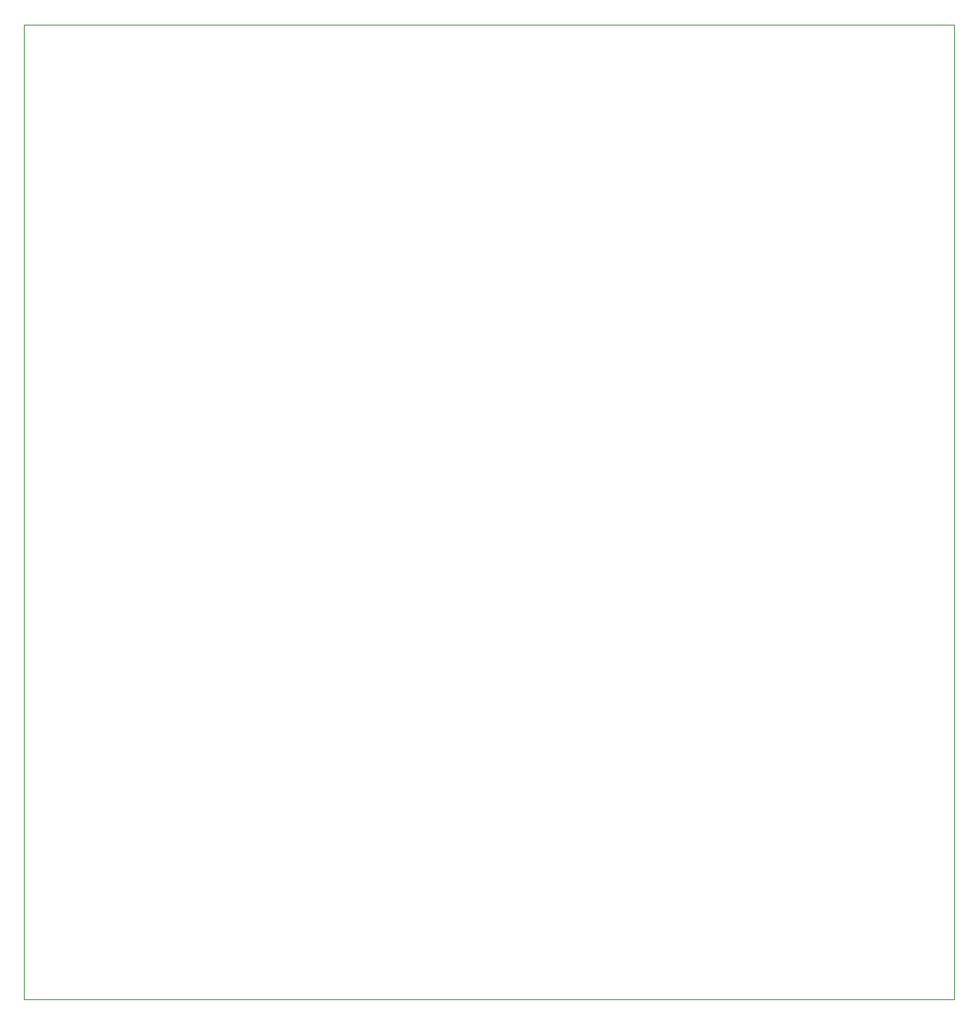
<source format=gbr>
G04 PROTEUS GERBER X2 FILE*
%TF.GenerationSoftware,Labcenter,Proteus,8.17-SP2-Build37159*%
%TF.CreationDate,2024-06-19T11:42:43+00:00*%
%TF.FileFunction,NonPlated,1,2,NPTH*%
%TF.FilePolarity,Positive*%
%TF.Part,Single*%
%TF.SameCoordinates,{1fde6796-616a-48bc-91c5-d9dd16b063df}*%
%FSLAX45Y45*%
%MOMM*%
G01*
%TA.AperFunction,Profile*%
%ADD18C,0.101600*%
%TD.AperFunction*%
D18*
X-4520000Y-5940000D02*
X+5370000Y-5940000D01*
X+5370000Y+4410000D01*
X-4520000Y+4410000D01*
X-4520000Y-5940000D01*
M02*

</source>
